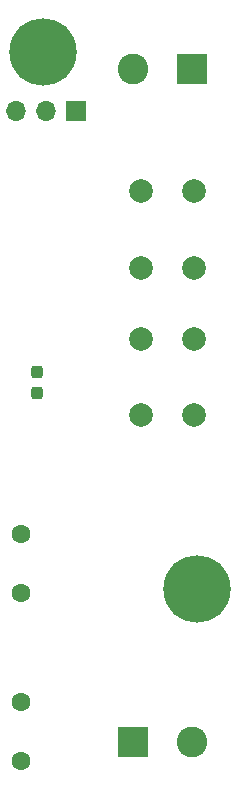
<source format=gbr>
%TF.GenerationSoftware,KiCad,Pcbnew,7.0.10*%
%TF.CreationDate,2024-01-02T15:41:26+01:00*%
%TF.ProjectId,Master_Clock,4d617374-6572-45f4-936c-6f636b2e6b69,1.0*%
%TF.SameCoordinates,Original*%
%TF.FileFunction,Soldermask,Top*%
%TF.FilePolarity,Negative*%
%FSLAX46Y46*%
G04 Gerber Fmt 4.6, Leading zero omitted, Abs format (unit mm)*
G04 Created by KiCad (PCBNEW 7.0.10) date 2024-01-02 15:41:26*
%MOMM*%
%LPD*%
G01*
G04 APERTURE LIST*
G04 Aperture macros list*
%AMRoundRect*
0 Rectangle with rounded corners*
0 $1 Rounding radius*
0 $2 $3 $4 $5 $6 $7 $8 $9 X,Y pos of 4 corners*
0 Add a 4 corners polygon primitive as box body*
4,1,4,$2,$3,$4,$5,$6,$7,$8,$9,$2,$3,0*
0 Add four circle primitives for the rounded corners*
1,1,$1+$1,$2,$3*
1,1,$1+$1,$4,$5*
1,1,$1+$1,$6,$7*
1,1,$1+$1,$8,$9*
0 Add four rect primitives between the rounded corners*
20,1,$1+$1,$2,$3,$4,$5,0*
20,1,$1+$1,$4,$5,$6,$7,0*
20,1,$1+$1,$6,$7,$8,$9,0*
20,1,$1+$1,$8,$9,$2,$3,0*%
G04 Aperture macros list end*
%ADD10R,2.600000X2.600000*%
%ADD11C,2.600000*%
%ADD12C,5.700000*%
%ADD13C,2.000000*%
%ADD14C,1.600000*%
%ADD15R,1.700000X1.700000*%
%ADD16O,1.700000X1.700000*%
%ADD17RoundRect,0.237500X0.237500X-0.287500X0.237500X0.287500X-0.237500X0.287500X-0.237500X-0.287500X0*%
G04 APERTURE END LIST*
D10*
%TO.C,J2*%
X155100000Y-119900000D03*
D11*
X160100000Y-119900000D03*
%TD*%
D12*
%TO.C,H1*%
X147500000Y-61500000D03*
%TD*%
D13*
%TO.C,SW1*%
X155750000Y-79750000D03*
X155750000Y-73250000D03*
X160250000Y-79750000D03*
X160250000Y-73250000D03*
%TD*%
D14*
%TO.C,C5*%
X145600000Y-116500000D03*
X145600000Y-121500000D03*
%TD*%
D12*
%TO.C,H2*%
X160500000Y-107000000D03*
%TD*%
D15*
%TO.C,J3*%
X150250000Y-66500000D03*
D16*
X147710000Y-66500000D03*
X145170000Y-66500000D03*
%TD*%
D13*
%TO.C,SW2*%
X155750000Y-92250000D03*
X155750000Y-85750000D03*
X160250000Y-92250000D03*
X160250000Y-85750000D03*
%TD*%
D10*
%TO.C,J1*%
X160100000Y-62900000D03*
D11*
X155100000Y-62900000D03*
%TD*%
D17*
%TO.C,D2*%
X147000000Y-90375000D03*
X147000000Y-88625000D03*
%TD*%
D14*
%TO.C,C4*%
X145600000Y-107275000D03*
X145600000Y-102275000D03*
%TD*%
M02*

</source>
